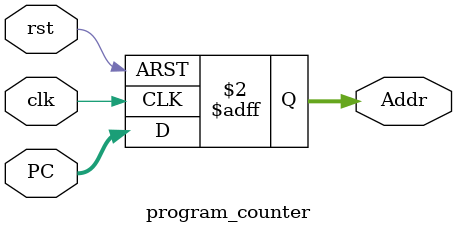
<source format=sv>
module program_counter (
	input  logic clk,rst,
	input  logic [31:0] PC,
	output logic [31:0] Addr
);

	 always_ff @ (posedge clk or posedge rst) begin
	 if (rst) 
	   		Addr <= 32'd0;
	 else 
			Addr <= PC;
	end	
endmodule

</source>
